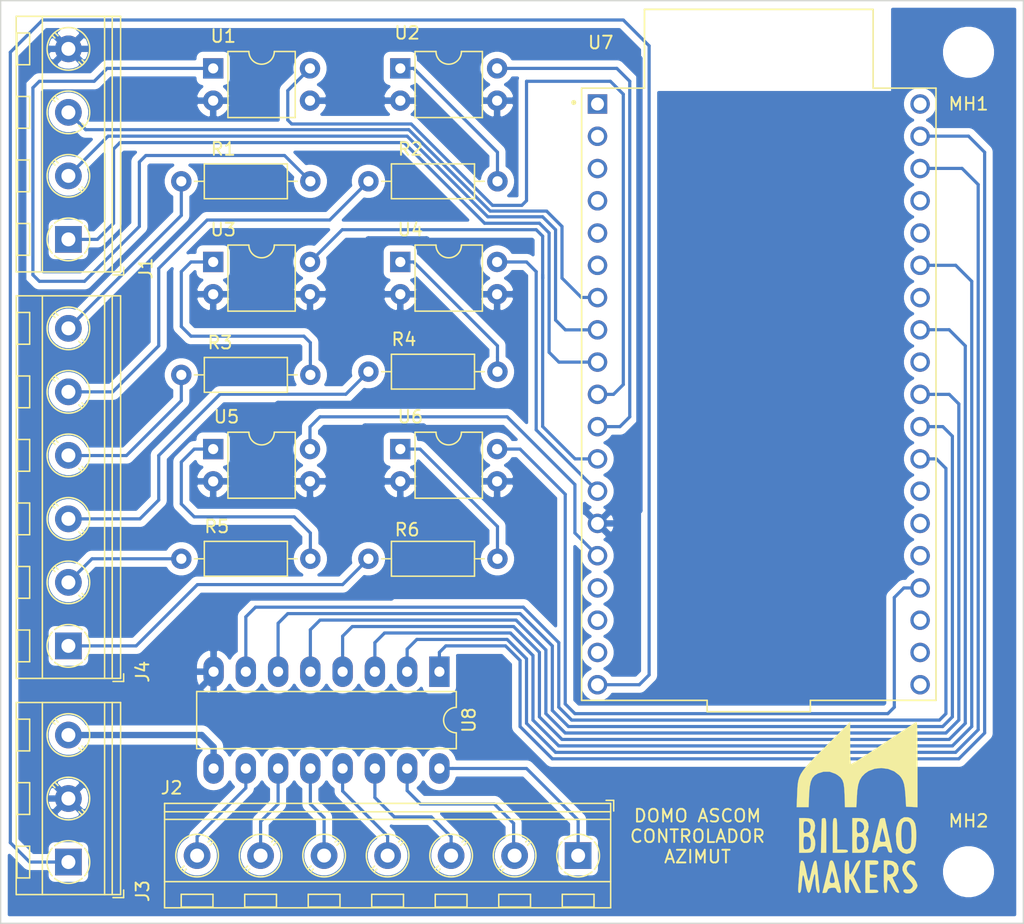
<source format=kicad_pcb>
(kicad_pcb (version 20211014) (generator pcbnew)
  (layers (0 "F.Cu" signal) (31 "B.Cu" signal) (34 "B.Paste" user) (35 "F.Paste" user) (36 "B.SilkS" user "B.Silkscreen") (37 "F.SilkS" user "F.Silkscreen") (38 "B.Mask" user) (39 "F.Mask" user) (44 "Edge.Cuts" user))
  (net 0 "")
  (net 1 "Net-(J1-Pad1)")
  (net 2 "Net-(J1-Pad2)")
  (net 3 "Net-(J1-Pad3)")
  (net 4 "GND")
  (net 5 "Net-(J2-Pad1)")
  (net 6 "Net-(J2-Pad2)")
  (net 7 "Net-(J2-Pad3)")
  (net 8 "Net-(J2-Pad4)")
  (net 9 "Net-(J2-Pad5)")
  (net 10 "Net-(J2-Pad6)")
  (net 11 "Net-(J2-Pad7)")
  (net 12 "+5V")
  (net 13 "+12V")
  (net 14 "Net-(J4-Pad4)")
  (net 15 "Net-(J4-Pad3)")
  (net 16 "Net-(J4-Pad2)")
  (net 17 "Net-(R1-Pad1)")
  (net 18 "Net-(R2-Pad1)")
  (net 19 "Net-(R3-Pad1)")
  (net 20 "Net-(U1-Pad4)")
  (net 21 "Net-(U2-Pad4)")
  (net 22 "Net-(U3-Pad4)")
  (net 23 "Net-(U4-Pad4)")
  (net 24 "Net-(U5-Pad4)")
  (net 25 "Net-(J4-Pad6)")
  (net 26 "Net-(J4-Pad5)")
  (net 27 "Net-(J4-Pad1)")
  (net 28 "Net-(R4-Pad1)")
  (net 29 "Net-(R5-Pad1)")
  (net 30 "Net-(R6-Pad1)")
  (net 31 "Net-(U6-Pad4)")
  (net 32 "Net-(U7-Pad37)")
  (net 33 "Net-(U7-Pad36)")
  (net 34 "Net-(U7-Pad33)")
  (net 35 "Net-(U7-Pad31)")
  (net 36 "Net-(U7-Pad29)")
  (net 37 "Net-(U7-Pad28)")
  (net 38 "Net-(U7-Pad27)")
  (footprint "TerminalBlock_RND:TerminalBlock_RND_205-00046_1x03_P5.00mm_Horizontal" (layer "F.Cu") (at 51.054 110.998 90)
    (fp_text reference "J3" (at -2.286 5.842 90) (layer "F.SilkS"))
    (fp_text value "POWER SUPP")
    (pad "1" thru_hole rect locked (at 0 0 90) (size 2.1 2.1) (drill 1.1) (layers *.Cu *.Mask) (net 12 "+5V"))
    (pad "2" thru_hole circle locked (at 5 0 90) (size 2.1 2.1) (drill 1.1) (layers *.Cu *.Mask) (net 4 "GND"))
    (pad "3" thru_hole circle locked (at 10 0 90) (size 2.1 2.1) (drill 1.1) (layers *.Cu *.Mask) (net 13 "+12V"))
  )
  (footprint "TerminalBlock_RND:TerminalBlock_RND_205-00049_1x06_P5.00mm_Horizontal" (layer "F.Cu") (at 51.054 93.98 90)
    (fp_text reference "J4" (at -2.032 5.842 90) (layer "F.SilkS"))
    (fp_text value "INPUTS")
    (pad "1" thru_hole rect locked (at 0 0 90) (size 2.1 2.1) (drill 1.1) (layers *.Cu *.Mask) (net 27 "Net-(J4-Pad1)"))
    (pad "2" thru_hole circle locked (at 5 0 90) (size 2.1 2.1) (drill 1.1) (layers *.Cu *.Mask) (net 16 "Net-(J4-Pad2)"))
    (pad "3" thru_hole circle locked (at 10 0 90) (size 2.1 2.1) (drill 1.1) (layers *.Cu *.Mask) (net 15 "Net-(J4-Pad3)"))
    (pad "4" thru_hole circle locked (at 15 0 90) (size 2.1 2.1) (drill 1.1) (layers *.Cu *.Mask) (net 14 "Net-(J4-Pad4)"))
    (pad "5" thru_hole circle locked (at 20 0 90) (size 2.1 2.1) (drill 1.1) (layers *.Cu *.Mask) (net 26 "Net-(J4-Pad5)"))
    (pad "6" thru_hole circle locked (at 25 0 90) (size 2.1 2.1) (drill 1.1) (layers *.Cu *.Mask) (net 25 "Net-(J4-Pad6)"))
  )
  (footprint "Resistor_THT:R_Axial_DIN0207_L6.3mm_D2.5mm_P10.16mm_Horizontal" (layer "F.Cu") (at 70.104 72.644 180)
    (fp_text reference "R3" (at 7.112 2.54) (layer "F.SilkS"))
    (fp_text value "1K")
    (pad "1" thru_hole circle locked (at 0 0 180) (size 1.6 1.6) (drill 0.8) (layers *.Cu *.Mask) (net 19 "Net-(R3-Pad1)"))
    (pad "2" thru_hole oval locked (at 10.16 0 180) (size 1.6 1.6) (drill 0.8) (layers *.Cu *.Mask) (net 14 "Net-(J4-Pad4)"))
  )
  (footprint "Package_DIP:DIP-4_W7.62mm" (layer "F.Cu") (at 77.186 48.514)
    (fp_text reference "U2" (at 0.538 -2.794) (layer "F.SilkS"))
    (fp_text value "PC817")
    (pad "1" thru_hole rect locked (at 0 0) (size 1.6 1.6) (drill 0.8) (layers *.Cu *.Mask) (net 18 "Net-(R2-Pad1)"))
    (pad "2" thru_hole oval locked (at 0 2.54) (size 1.6 1.6) (drill 0.8) (layers *.Cu *.Mask) (net 4 "GND"))
    (pad "3" thru_hole oval locked (at 7.62 2.54) (size 1.6 1.6) (drill 0.8) (layers *.Cu *.Mask) (net 4 "GND"))
    (pad "4" thru_hole oval locked (at 7.62 0) (size 1.6 1.6) (drill 0.8) (layers *.Cu *.Mask) (net 21 "Net-(U2-Pad4)"))
  )
  (footprint "Package_DIP:DIP-4_W7.62mm" (layer "F.Cu") (at 62.454 63.754)
    (fp_text reference "U3" (at 0.792 -2.54) (layer "F.SilkS"))
    (fp_text value "PC817")
    (pad "1" thru_hole rect locked (at 0 0) (size 1.6 1.6) (drill 0.8) (layers *.Cu *.Mask) (net 19 "Net-(R3-Pad1)"))
    (pad "2" thru_hole oval locked (at 0 2.54) (size 1.6 1.6) (drill 0.8) (layers *.Cu *.Mask) (net 4 "GND"))
    (pad "3" thru_hole oval locked (at 7.62 2.54) (size 1.6 1.6) (drill 0.8) (layers *.Cu *.Mask) (net 4 "GND"))
    (pad "4" thru_hole oval locked (at 7.62 0) (size 1.6 1.6) (drill 0.8) (layers *.Cu *.Mask) (net 22 "Net-(U3-Pad4)"))
  )
  (footprint "ESP32-DEVKITC:MODULE_ESP32-DEVKITC" (layer "F.Cu") (at 105.41 74.168)
    (fp_text reference "U7" (at -12.446 -27.686) (layer "F.SilkS"))
    (fp_text value "ESP32-DEVKITC")
    (pad "1" thru_hole rect locked (at -12.7 -22.85) (size 1.53 1.53) (drill 1.02) (layers *.Cu *.Mask))
    (pad "2" thru_hole circle locked (at -12.7 -20.31) (size 1.53 1.53) (drill 1.02) (layers *.Cu *.Mask))
    (pad "3" thru_hole circle locked (at -12.7 -17.77) (size 1.53 1.53) (drill 1.02) (layers *.Cu *.Mask))
    (pad "4" thru_hole circle locked (at -12.7 -15.23) (size 1.53 1.53) (drill 1.02) (layers *.Cu *.Mask))
    (pad "5" thru_hole circle locked (at -12.7 -12.69) (size 1.53 1.53) (drill 1.02) (layers *.Cu *.Mask))
    (pad "6" thru_hole circle locked (at -12.7 -10.15) (size 1.53 1.53) (drill 1.02) (layers *.Cu *.Mask))
    (pad "7" thru_hole circle locked (at -12.7 -7.61) (size 1.53 1.53) (drill 1.02) (layers *.Cu *.Mask) (net 3 "Net-(J1-Pad3)"))
    (pad "8" thru_hole circle locked (at -12.7 -5.07) (size 1.53 1.53) (drill 1.02) (layers *.Cu *.Mask) (net 2 "Net-(J1-Pad2)"))
    (pad "9" thru_hole circle locked (at -12.7 -2.53) (size 1.53 1.53) (drill 1.02) (layers *.Cu *.Mask) (net 1 "Net-(J1-Pad1)"))
    (pad "10" thru_hole circle locked (at -12.7 0.01) (size 1.53 1.53) (drill 1.02) (layers *.Cu *.Mask) (net 20 "Net-(U1-Pad4)"))
    (pad "11" thru_hole circle locked (at -12.7 2.55) (size 1.53 1.53) (drill 1.02) (layers *.Cu *.Mask) (net 21 "Net-(U2-Pad4)"))
    (pad "12" thru_hole circle locked (at -12.7 5.09) (size 1.53 1.53) (drill 1.02) (layers *.Cu *.Mask) (net 22 "Net-(U3-Pad4)"))
    (pad "13" thru_hole circle locked (at -12.7 7.63) (size 1.53 1.53) (drill 1.02) (layers *.Cu *.Mask) (net 23 "Net-(U4-Pad4)"))
    (pad "14" thru_hole circle locked (at -12.7 10.17) (size 1.53 1.53) (drill 1.02) (layers *.Cu *.Mask) (net 4 "GND"))
    (pad "15" thru_hole circle locked (at -12.7 12.71) (size 1.53 1.53) (drill 1.02) (layers *.Cu *.Mask) (net 24 "Net-(U5-Pad4)"))
    (pad "16" thru_hole circle locked (at -12.7 15.25) (size 1.53 1.53) (drill 1.02) (layers *.Cu *.Mask))
    (pad "17" thru_hole circle locked (at -12.7 17.79) (size 1.53 1.53) (drill 1.02) (layers *.Cu *.Mask))
    (pad "18" thru_hole circle locked (at -12.7 20.33) (size 1.53 1.53) (drill 1.02) (layers *.Cu *.Mask))
    (pad "19" thru_hole circle locked (at -12.7 22.87) (size 1.53 1.53) (drill 1.02) (layers *.Cu *.Mask) (net 12 "+5V"))
    (pad "20" thru_hole circle locked (at 12.7 22.87) (size 1.53 1.53) (drill 1.02) (layers *.Cu *.Mask))
    (pad "21" thru_hole circle locked (at 12.7 20.33) (size 1.53 1.53) (drill 1.02) (layers *.Cu *.Mask))
    (pad "22" thru_hole circle locked (at 12.7 17.79) (size 1.53 1.53) (drill 1.02) (layers *.Cu *.Mask))
    (pad "23" thru_hole circle locked (at 12.7 15.25) (size 1.53 1.53) (drill 1.02) (layers *.Cu *.Mask) (net 31 "Net-(U6-Pad4)"))
    (pad "24" thru_hole circle locked (at 12.7 12.71) (size 1.53 1.53) (drill 1.02) (layers *.Cu *.Mask))
    (pad "25" thru_hole circle locked (at 12.7 10.17) (size 1.53 1.53) (drill 1.02) (layers *.Cu *.Mask))
    (pad "26" thru_hole circle locked (at 12.7 7.63) (size 1.53 1.53) (drill 1.02) (layers *.Cu *.Mask))
    (pad "27" thru_hole circle locked (at 12.7 5.09) (size 1.53 1.53) (drill 1.02) (layers *.Cu *.Mask) (net 38 "Net-(U7-Pad27)"))
    (pad "28" thru_hole circle locked (at 12.7 2.55) (size 1.53 1.53) (drill 1.02) (layers *.Cu *.Mask) (net 37 "Net-(U7-Pad28)"))
    (pad "29" thru_hole circle locked (at 12.7 0.01) (size 1.53 1.53) (drill 1.02) (layers *.Cu *.Mask) (net 36 "Net-(U7-Pad29)"))
    (pad "30" thru_hole circle locked (at 12.7 -2.53) (size 1.53 1.53) (drill 1.02) (layers *.Cu *.Mask))
    (pad "31" thru_hole circle locked (at 12.7 -5.07) (size 1.53 1.53) (drill 1.02) (layers *.Cu *.Mask) (net 35 "Net-(U7-Pad31)"))
    (pad "32" thru_hole circle locked (at 12.7 -7.61) (size 1.53 1.53) (drill 1.02) (layers *.Cu *.Mask))
    (pad "33" thru_hole circle locked (at 12.7 -10.15) (size 1.53 1.53) (drill 1.02) (layers *.Cu *.Mask) (net 34 "Net-(U7-Pad33)"))
    (pad "34" thru_hole circle locked (at 12.7 -12.69) (size 1.53 1.53) (drill 1.02) (layers *.Cu *.Mask))
    (pad "35" thru_hole circle locked (at 12.7 -15.23) (size 1.53 1.53) (drill 1.02) (layers *.Cu *.Mask))
    (pad "36" thru_hole circle locked (at 12.7 -17.77) (size 1.53 1.53) (drill 1.02) (layers *.Cu *.Mask) (net 33 "Net-(U7-Pad36)"))
    (pad "37" thru_hole circle locked (at 12.7 -20.31) (size 1.53 1.53) (drill 1.02) (layers *.Cu *.Mask) (net 32 "Net-(U7-Pad37)"))
    (pad "38" thru_hole circle locked (at 12.7 -22.85) (size 1.53 1.53) (drill 1.02) (layers *.Cu *.Mask))
  )
  (footprint "Resistor_THT:R_Axial_DIN0207_L6.3mm_D2.5mm_P10.16mm_Horizontal" (layer "F.Cu") (at 84.836 72.39 180)
    (fp_text reference "R4" (at 7.366 2.54) (layer "F.SilkS"))
    (fp_text value "1K")
    (pad "1" thru_hole circle locked (at 0 0 180) (size 1.6 1.6) (drill 0.8) (layers *.Cu *.Mask) (net 28 "Net-(R4-Pad1)"))
    (pad "2" thru_hole oval locked (at 10.16 0 180) (size 1.6 1.6) (drill 0.8) (layers *.Cu *.Mask) (net 15 "Net-(J4-Pad3)"))
  )
  (footprint "Resistor_THT:R_Axial_DIN0207_L6.3mm_D2.5mm_P10.16mm_Horizontal" (layer "F.Cu") (at 84.836 87.122 180)
    (fp_text reference "R6" (at 7.112 2.286) (layer "F.SilkS"))
    (fp_text value "1K")
    (pad "1" thru_hole circle locked (at 0 0 180) (size 1.6 1.6) (drill 0.8) (layers *.Cu *.Mask) (net 30 "Net-(R6-Pad1)"))
    (pad "2" thru_hole oval locked (at 10.16 0 180) (size 1.6 1.6) (drill 0.8) (layers *.Cu *.Mask) (net 27 "Net-(J4-Pad1)"))
  )
  (footprint "Package_DIP:DIP-4_W7.62mm" (layer "F.Cu") (at 77.186 63.754)
    (fp_text reference "U4" (at 0.792 -2.54) (layer "F.SilkS"))
    (fp_text value "PC817")
    (pad "1" thru_hole rect locked (at 0 0) (size 1.6 1.6) (drill 0.8) (layers *.Cu *.Mask) (net 28 "Net-(R4-Pad1)"))
    (pad "2" thru_hole oval locked (at 0 2.54) (size 1.6 1.6) (drill 0.8) (layers *.Cu *.Mask) (net 4 "GND"))
    (pad "3" thru_hole oval locked (at 7.62 2.54) (size 1.6 1.6) (drill 0.8) (layers *.Cu *.Mask) (net 4 "GND"))
    (pad "4" thru_hole oval locked (at 7.62 0) (size 1.6 1.6) (drill 0.8) (layers *.Cu *.Mask) (net 23 "Net-(U4-Pad4)"))
  )
  (footprint "Package_DIP:DIP-4_W7.62mm" (layer "F.Cu") (at 62.454 78.486)
    (fp_text reference "U5" (at 1.046 -2.54) (layer "F.SilkS"))
    (fp_text value "PC817")
    (pad "1" thru_hole rect locked (at 0 0) (size 1.6 1.6) (drill 0.8) (layers *.Cu *.Mask) (net 29 "Net-(R5-Pad1)"))
    (pad "2" thru_hole oval locked (at 0 2.54) (size 1.6 1.6) (drill 0.8) (layers *.Cu *.Mask) (net 4 "GND"))
    (pad "3" thru_hole oval locked (at 7.62 2.54) (size 1.6 1.6) (drill 0.8) (layers *.Cu *.Mask) (net 4 "GND"))
    (pad "4" thru_hole oval locked (at 7.62 0) (size 1.6 1.6) (drill 0.8) (layers *.Cu *.Mask) (net 24 "Net-(U5-Pad4)"))
  )
  (footprint "Package_DIP:DIP-4_W7.62mm" (layer "F.Cu") (at 77.186 78.486)
    (fp_text reference "U6" (at 0.792 -2.54) (layer "F.SilkS"))
    (fp_text value "PC817")
    (pad "1" thru_hole rect locked (at 0 0) (size 1.6 1.6) (drill 0.8) (layers *.Cu *.Mask) (net 30 "Net-(R6-Pad1)"))
    (pad "2" thru_hole oval locked (at 0 2.54) (size 1.6 1.6) (drill 0.8) (layers *.Cu *.Mask) (net 4 "GND"))
    (pad "3" thru_hole oval locked (at 7.62 2.54) (size 1.6 1.6) (drill 0.8) (layers *.Cu *.Mask) (net 4 "GND"))
    (pad "4" thru_hole oval locked (at 7.62 0) (size 1.6 1.6) (drill 0.8) (layers *.Cu *.Mask) (net 31 "Net-(U6-Pad4)"))
  )
  (footprint "Resistor_THT:R_Axial_DIN0207_L6.3mm_D2.5mm_P10.16mm_Horizontal" (layer "F.Cu") (at 84.836 57.404 180)
    (fp_text reference "R2" (at 6.858 2.54) (layer "F.SilkS"))
    (fp_text value "1K")
    (pad "1" thru_hole circle locked (at 0 0 180) (size 1.6 1.6) (drill 0.8) (layers *.Cu *.Mask) (net 18 "Net-(R2-Pad1)"))
    (pad "2" thru_hole oval locked (at 10.16 0 180) (size 1.6 1.6) (drill 0.8) (layers *.Cu *.Mask) (net 26 "Net-(J4-Pad5)"))
  )
  (footprint "Package_DIP:DIP-16_W7.62mm_LongPads" (layer "F.Cu") (at 80.264 96.012 -90)
    (fp_text reference "U8" (at 3.81 -2.33 90) (layer "F.SilkS"))
    (fp_text value "ULN2003")
    (pad "1" thru_hole rect locked (at 0 0 270) (size 2.4 1.6) (drill 0.8) (layers *.Cu *.Mask) (net 32 "Net-(U7-Pad37)"))
    (pad "2" thru_hole oval locked (at 0 2.54 270) (size 2.4 1.6) (drill 0.8) (layers *.Cu *.Mask) (net 33 "Net-(U7-Pad36)"))
    (pad "3" thru_hole oval locked (at 0 5.08 270) (size 2.4 1.6) (drill 0.8) (layers *.Cu *.Mask) (net 34 "Net-(U7-Pad33)"))
    (pad "4" thru_hole oval locked (at 0 7.62 270) (size 2.4 1.6) (drill 0.8) (layers *.Cu *.Mask) (net 35 "Net-(U7-Pad31)"))
    (pad "5" thru_hole oval locked (at 0 10.16 270) (size 2.4 1.6) (drill 0.8) (layers *.Cu *.Mask) (net 36 "Net-(U7-Pad29)"))
    (pad "6" thru_hole oval locked (at 0 12.7 270) (size 2.4 1.6) (drill 0.8) (layers *.Cu *.Mask) (net 37 "Net-(U7-Pad28)"))
    (pad "7" thru_hole oval locked (at 0 15.24 270) (size 2.4 1.6) (drill 0.8) (layers *.Cu *.Mask) (net 38 "Net-(U7-Pad27)"))
    (pad "8" thru_hole oval locked (at 0 17.78 270) (size 2.4 1.6) (drill 0.8) (layers *.Cu *.Mask) (net 4 "GND"))
    (pad "9" thru_hole oval locked (at 7.62 17.78 270) (size 2.4 1.6) (drill 0.8) (layers *.Cu *.Mask) (net 13 "+12V"))
    (pad "10" thru_hole oval locked (at 7.62 15.24 270) (size 2.4 1.6) (drill 0.8) (layers *.Cu *.Mask) (net 11 "Net-(J2-Pad7)"))
    (pad "11" thru_hole oval locked (at 7.62 12.7 270) (size 2.4 1.6) (drill 0.8) (layers *.Cu *.Mask) (net 10 "Net-(J2-Pad6)"))
    (pad "12" thru_hole oval locked (at 7.62 10.16 270) (size 2.4 1.6) (drill 0.8) (layers *.Cu *.Mask) (net 9 "Net-(J2-Pad5)"))
    (pad "13" thru_hole oval locked (at 7.62 7.62 270) (size 2.4 1.6) (drill 0.8) (layers *.Cu *.Mask) (net 8 "Net-(J2-Pad4)"))
    (pad "14" thru_hole oval locked (at 7.62 5.08 270) (size 2.4 1.6) (drill 0.8) (layers *.Cu *.Mask) (net 7 "Net-(J2-Pad3)"))
    (pad "15" thru_hole oval locked (at 7.62 2.54 270) (size 2.4 1.6) (drill 0.8) (layers *.Cu *.Mask) (net 6 "Net-(J2-Pad2)"))
    (pad "16" thru_hole oval locked (at 7.62 0 270) (size 2.4 1.6) (drill 0.8) (layers *.Cu *.Mask) (net 5 "Net-(J2-Pad1)"))
  )
  (footprint "FOOTPRINTS:Logo_BM" (layer "F.Cu") (at 113.03 106.934)
    (fp_text reference "G***" hide)
    (fp_text value "LOGO" hide)
  )
  (footprint "MountingHole:MountingHole_3mm" (layer "F.Cu") (at 121.92 111.76)
    (fp_text reference "MH2" (at 0 -4) (layer "F.SilkS"))
    (fp_text value "3mm")
    (pad "" np_thru_hole circle locked (at 0 0) (size 3 3) (drill 3) (layers *.Cu *.Mask))
  )
  (footprint "MountingHole:MountingHole_3mm" (layer "F.Cu") (at 121.92 47.244)
    (fp_text reference "MH1" (at 0 4.064) (layer "F.SilkS"))
    (fp_text value "3mm")
    (pad "" np_thru_hole circle locked (at 0 0) (size 3 3) (drill 3) (layers *.Cu *.Mask))
  )
  (footprint "TerminalBlock_RND:TerminalBlock_RND_205-00050_1x07_P5.00mm_Horizontal" (layer "F.Cu") (at 91.186 110.49 180)
    (fp_text reference "J2" (at 32.004 5.334) (layer "F.SilkS"))
    (fp_text value "SALIDAS")
    (pad "1" thru_hole rect locked (at 0 0 180) (size 2.1 2.1) (drill 1.1) (layers *.Cu *.Mask) (net 5 "Net-(J2-Pad1)"))
    (pad "2" thru_hole circle locked (at 5 0 180) (size 2.1 2.1) (drill 1.1) (layers *.Cu *.Mask) (net 6 "Net-(J2-Pad2)"))
    (pad "3" thru_hole circle locked (at 10 0 180) (size 2.1 2.1) (drill 1.1) (layers *.Cu *.Mask) (net 7 "Net-(J2-Pad3)"))
    (pad "4" thru_hole circle locked (at 15 0 180) (size 2.1 2.1) (drill 1.1) (layers *.Cu *.Mask) (net 8 "Net-(J2-Pad4)"))
    (pad "5" thru_hole circle locked (at 20 0 180) (size 2.1 2.1) (drill 1.1) (layers *.Cu *.Mask) (net 9 "Net-(J2-Pad5)"))
    (pad "6" thru_hole circle locked (at 25 0 180) (size 2.1 2.1) (drill 1.1) (layers *.Cu *.Mask) (net 10 "Net-(J2-Pad6)"))
    (pad "7" thru_hole circle locked (at 30 0 180) (size 2.1 2.1) (drill 1.1) (layers *.Cu *.Mask) (net 11 "Net-(J2-Pad7)"))
  )
  (footprint "Resistor_THT:R_Axial_DIN0207_L6.3mm_D2.5mm_P10.16mm_Horizontal" (layer "F.Cu") (at 70.104 87.122 180)
    (fp_text reference "R5" (at 7.366 2.54) (layer "F.SilkS"))
    (fp_text value "1K")
    (pad "1" thru_hole circle locked (at 0 0 180) (size 1.6 1.6) (drill 0.8) (layers *.Cu *.Mask) (net 29 "Net-(R5-Pad1)"))
    (pad "2" thru_hole oval locked (at 10.16 0 180) (size 1.6 1.6) (drill 0.8) (layers *.Cu *.Mask) (net 16 "Net-(J4-Pad2)"))
  )
  (footprint "Resistor_THT:R_Axial_DIN0207_L6.3mm_D2.5mm_P10.16mm_Horizontal" (layer "F.Cu") (at 70.104 57.404 180)
    (fp_text reference "R1" (at 6.858 2.54) (layer "F.SilkS"))
    (fp_text value "1K")
    (pad "1" thru_hole circle locked (at 0 0 180) (size 1.6 1.6) (drill 0.8) (layers *.Cu *.Mask) (net 17 "Net-(R1-Pad1)"))
    (pad "2" thru_hole oval locked (at 10.16 0 180) (size 1.6 1.6) (drill 0.8) (layers *.Cu *.Mask) (net 25 "Net-(J4-Pad6)"))
  )
  (footprint "Package_DIP:DIP-4_W7.62mm" (layer "F.Cu") (at 62.454 48.514)
    (fp_text reference "U1" (at 0.792 -2.54) (layer "F.SilkS"))
    (fp_text value "PC817")
    (pad "1" thru_hole rect locked (at 0 0) (size 1.6 1.6) (drill 0.8) (layers *.Cu *.Mask) (net 17 "Net-(R1-Pad1)"))
    (pad "2" thru_hole oval locked (at 0 2.54) (size 1.6 1.6) (drill 0.8) (layers *.Cu *.Mask) (net 4 "GND"))
    (pad "3" thru_hole oval locked (at 7.62 2.54) (size 1.6 1.6) (drill 0.8) (layers *.Cu *.Mask) (net 4 "GND"))
    (pad "4" thru_hole oval locked (at 7.62 0) (size 1.6 1.6) (drill 0.8) (layers *.Cu *.Mask) (net 20 "Net-(U1-Pad4)"))
  )
  (footprint "TerminalBlock_RND:TerminalBlock_RND_205-00047_1x04_P5.00mm_Horizontal" (layer "F.Cu") (at 51.054 61.976 90)
    (fp_text reference "J1" (at -2.286 6.096 90) (layer "F.SilkS"))
    (fp_text value "STEPPER DRV")
    (pad "1" thru_hole rect locked (at 0 0 90) (size 2.1 2.1) (drill 1.1) (layers *.Cu *.Mask) (net 1 "Net-(J1-Pad1)"))
    (pad "2" thru_hole circle locked (at 5 0 90) (size 2.1 2.1) (drill 1.1) (layers *.Cu *.Mask) (net 2 "Net-(J1-Pad2)"))
    (pad "3" thru_hole circle locked (at 10 0 90) (size 2.1 2.1) (drill 1.1) (layers *.Cu *.Mask) (net 3 "Net-(J1-Pad3)"))
    (pad "4" thru_hole circle locked (at 15 0 90) (size 2.1 2.1) (drill 1.1) (layers *.Cu *.Mask) (net 4 "GND"))
  )
  (gr_line (start 126.238 115.824) (end 45.72 115.824) (layer "Edge.Cuts") (width 0.1016))
  (gr_line (start 126.238 43.18) (end 126.238 115.824) (layer "Edge.Cuts") (width 0.1016))
  (gr_line (start 45.72 115.824) (end 45.72 43.18) (layer "Edge.Cuts") (width 0.1016))
  (gr_line (start 45.72 43.18) (end 126.238 43.18) (layer "Edge.Cuts") (width 0.1016))
  (gr_text "DOMO ASCOM\nCONTROLADOR\nAZIMUT" (at 100.584 108.966) (layer "F.SilkS") (effects (font (size 1 1))))
  (segment (start 88.138 60.706) (end 88.9 61.468) (width 0.25) (layer "B.Cu") (net 1))
  (segment (start 88.9 70.866) (end 89.672 71.638) (width 0.25) (layer "B.Cu") (net 1))
  (segment (start 83.82 60.706) (end 88.138 60.706) (width 0.25) (layer "B.Cu") (net 1))
  (segment (start 54.61 54.864) (end 55.118 54.356) (width 0.25) (layer "B.Cu") (net 1))
  (segment (start 51.054 61.976) (end 53.34 61.976) (width 0.25) (layer "B.Cu") (net 1))
  (segment (start 54.61 60.706) (end 54.61 54.864) (width 0.25) (layer "B.Cu") (net 1))
  (segment (start 89.672 71.638) (end 92.71 71.638) (width 0.25) (layer "B.Cu") (net 1))
  (segment (start 53.34 61.976) (end 54.61 60.706) (width 0.25) (layer "B.Cu") (net 1))
  (segment (start 88.9 61.468) (end 88.9 70.866) (width 0.25) (layer "B.Cu") (net 1))
  (segment (start 77.47 54.356) (end 83.82 60.706) (width 0.25) (layer "B.Cu") (net 1))
  (segment (start 55.118 54.356) (end 77.47 54.356) (width 0.25) (layer "B.Cu") (net 1))
  (segment (start 84.074 60.198) (end 77.724 53.848) (width 0.25) (layer "B.Cu") (net 2))
  (segment (start 52.103999 55.926001) (end 51.054 56.976) (width 0.25) (layer "B.Cu") (net 2))
  (segment (start 77.724 53.848) (end 54.182 53.848) (width 0.25) (layer "B.Cu") (net 2))
  (segment (start 54.182 53.848) (end 52.103999 55.926001) (width 0.25) (layer "B.Cu") (net 2))
  (segment (start 89.408 61.214) (end 88.392 60.198) (width 0.25) (layer "B.Cu") (net 2))
  (segment (start 89.408 68.326) (end 89.408 61.214) (width 0.25) (layer "B.Cu") (net 2))
  (segment (start 90.18 69.098) (end 89.408 68.326) (width 0.25) (layer "B.Cu") (net 2))
  (segment (start 92.71 69.098) (end 90.18 69.098) (width 0.25) (layer "B.Cu") (net 2))
  (segment (start 88.392 60.198) (end 84.074 60.198) (width 0.25) (layer "B.Cu") (net 2))
  (segment (start 52.418 53.34) (end 77.85241 53.34) (width 0.25) (layer "B.Cu") (net 3))
  (segment (start 89.916 65.024) (end 91.44 66.548) (width 0.25) (layer "B.Cu") (net 3))
  (segment (start 77.85241 53.34) (end 84.260399 59.747989) (width 0.25) (layer "B.Cu") (net 3))
  (segment (start 88.703989 59.747989) (end 89.916 60.96) (width 0.25) (layer "B.Cu") (net 3))
  (segment (start 91.44 66.548) (end 92.7 66.548) (width 0.25) (layer "B.Cu") (net 3))
  (segment (start 51.054 51.976) (end 52.418 53.34) (width 0.25) (layer "B.Cu") (net 3))
  (segment (start 92.7 66.548) (end 92.71 66.558) (width 0.25) (layer "B.Cu") (net 3))
  (segment (start 89.916 60.96) (end 89.916 65.024) (width 0.25) (layer "B.Cu") (net 3))
  (segment (start 84.260399 59.747989) (end 88.703989 59.747989) (width 0.25) (layer "B.Cu") (net 3))
  (segment (start 66.294 76.2) (end 67.564 74.93) (width 0.5) (layer "B.Cu") (net 4))
  (segment (start 79.248 61.976) (end 74.676 61.976) (width 0.5) (layer "B.Cu") (net 4))
  (segment (start 73.406 81.026) (end 77.186 81.026) (width 0.5) (layer "B.Cu") (net 4))
  (segment (start 96.012 83.312) (end 96.012 47.752) (width 0.5) (layer "B.Cu") (net 4))
  (segment (start 67.564 74.93) (end 75.946 74.93) (width 0.5) (layer "B.Cu") (net 4))
  (segment (start 55.358 46.976) (end 55.626 46.99) (width 0.5) (layer "B.Cu") (net 4))
  (segment (start 66.294 81.026) (end 70.074 81.026) (width 0.5) (layer "B.Cu") (net 4))
  (segment (start 73.66 62.992) (end 73.66 66.294) (width 0.5) (layer "B.Cu") (net 4))
  (segment (start 64.516 51.054) (end 66.04 49.53) (width 0.5) (layer "B.Cu") (net 4))
  (segment (start 62.484 91.44) (end 62.484 96.012) (width 0.5) (layer "B.Cu") (net 4))
  (segment (start 76.454 90.17) (end 77.186 89.438) (width 0.5) (layer "B.Cu") (net 4))
  (segment (start 78.34063 45.72) (end 77.47 45.72) (width 0.5) (layer "B.Cu") (net 4))
  (segment (start 70.074 81.026) (end 73.406 81.026) (width 0.5) (layer "B.Cu") (net 4))
  (segment (start 62.454 81.026) (end 66.294 81.026) (width 0.5) (layer "B.Cu") (net 4))
  (segment (start 83.67463 51.054) (end 78.34063 45.72) (width 0.5) (layer "B.Cu") (net 4))
  (segment (start 84.806 51.054) (end 83.67463 51.054) (width 0.5) (layer "B.Cu") (net 4))
  (segment (start 84.806 81.026) (end 83.312 81.026) (width 0.5) (layer "B.Cu") (net 4))
  (segment (start 78.994 76.708) (end 74.422 76.708) (width 0.5) (layer "B.Cu") (net 4))
  (segment (start 77.186 73.69) (end 77.186 66.294) (width 0.5) (layer "B.Cu") (net 4))
  (segment (start 47.498 49.047076) (end 47.498 98.298) (width 0.5) (layer "B.Cu") (net 4))
  (segment (start 51.054 46.976) (end 55.358 46.976) (width 0.5) (layer "B.Cu") (net 4))
  (segment (start 77.47 45.72) (end 74.422 45.72) (width 0.5) (layer "B.Cu") (net 4))
  (segment (start 70.074 51.054) (end 77.186 51.054) (width 0.5) (layer "B.Cu") (net 4))
  (segment (start 83.312 81.026) (end 78.994 76.708) (width 0.5) (layer "B.Cu") (net 4))
  (segment (start 93.98 45.72) (end 77.47 45.72) (width 0.5) (layer "B.Cu") (net 4))
  (segment (start 56.896 45.72) (end 55.626 46.99) (width 0.5) (layer "B.Cu") (net 4))
  (segment (start 83.566 66.294) (end 79.248 61.976) (width 0.5) (layer "B.Cu") (net 4))
  (segment (start 74.422 76.708) (end 73.406 77.724) (width 0.5) (layer "B.Cu") (net 4))
  (segment (start 47.498 105.156) (end 48.34 105.998) (width 0.5) (layer "B.Cu") (net 4))
  (segment (start 66.04 45.72) (end 56.896 45.72) (width 0.5) (layer "B.Cu") (net 4))
  (segment (start 47.498 98.298) (end 47.498 97.536) (width 0.5) (layer "B.Cu") (net 4))
  (segment (start 74.676 61.976) (end 73.66 62.992) (width 0.5) (layer "B.Cu") (net 4))
  (segment (start 62.454 51.054) (end 64.516 51.054) (width 0.5) (layer "B.Cu") (net 4))
  (segment (start 51.054 46.976) (end 49.569076 46.976) (width 0.5) (layer "B.Cu") (net 4))
  (segment (start 70.074 66.294) (end 75.184 66.294) (width 0.5) (layer "B.Cu") (net 4))
  (segment (start 49.569076 46.976) (end 47.498 49.047076) (width 0.5) (layer "B.Cu") (net 4))
  (segment (start 92.71 84.338) (end 94.986 84.338) (width 0.5) (layer "B.Cu") (net 4))
  (segment (start 73.66 66.294) (end 75.184 66.294) (width 0.5) (layer "B.Cu") (net 4))
  (segment (start 75.184 66.294) (end 77.186 66.294) (width 0.5) (layer "B.Cu") (net 4))
  (segment (start 96.012 47.752) (end 93.98 45.72) (width 0.5) (layer "B.Cu") (net 4))
  (segment (start 73.406 77.724) (end 73.406 81.026) (width 0.5) (layer "B.Cu") (net 4))
  (segment (start 94.986 84.338) (end 96.012 83.312) (width 0.5) (layer "B.Cu") (net 4))
  (segment (start 84.806 66.294) (end 83.566 66.294) (width 0.5) (layer "B.Cu") (net 4))
  (segment (start 74.422 45.72) (end 66.04 45.72) (width 0.5) (layer "B.Cu") (net 4))
  (segment (start 61.214 97.536) (end 62.484 96.266) (width 0.5) (layer "B.Cu") (net 4))
  (segment (start 74.422 45.72) (end 74.422 51.054) (width 0.5) (layer "B.Cu") (net 4))
  (segment (start 75.946 74.93) (end 77.186 73.69) (width 0.5) (layer "B.Cu") (net 4))
  (segment (start 47.498 98.298) (end 47.498 105.156) (width 0.5) (layer "B.Cu") (net 4))
  (segment (start 77.186 89.438) (end 77.186 81.026) (width 0.5) (layer "B.Cu") (net 4))
  (segment (start 63.754 90.17) (end 76.454 90.17) (width 0.5) (layer "B.Cu") (net 4))
  (segment (start 66.294 81.026) (end 66.294 76.2) (width 0.5) (layer "B.Cu") (net 4))
  (segment (start 47.498 97.536) (end 61.214 97.536) (width 0.5) (layer "B.Cu") (net 4))
  (segment (start 62.454 66.294) (end 70.074 66.294) (width 0.5) (layer "B.Cu") (net 4))
  (segment (start 66.04 49.53) (end 66.04 45.72) (width 0.5) (layer "B.Cu") (net 4))
  (segment (start 62.484 91.44) (end 63.754 90.17) (width 0.5) (layer "B.Cu") (net 4))
  (segment (start 48.34 105.998) (end 51.054 105.998) (width 0.5) (layer "B.Cu") (net 4))
  (segment (start 91.186 107.696) (end 87.122 103.632) (width 0.25) (layer "B.Cu") (net 5))
  (segment (start 87.122 103.632) (end 81.314 103.632) (width 0.25) (layer "B.Cu") (net 5))
  (segment (start 81.314 103.632) (end 80.264 103.632) (width 0.25) (layer "B.Cu") (net 5))
  (segment (start 91.186 110.49) (end 91.186 107.696) (width 0.25) (layer "B.Cu") (net 5))
  (segment (start 86.186 110.49) (end 86.106 110.41) (width 0.25) (layer "B.Cu") (net 6))
  (segment (start 86.106 107.95) (end 84.582 106.426) (width 0.25) (layer "B.Cu") (net 6))
  (segment (start 84.582 106.426) (end 78.777 106.426) (width 0.25) (layer "B.Cu") (net 6))
  (segment (start 77.724 105.373) (end 77.724 103.632) (width 0.25) (layer "B.Cu") (net 6))
  (segment (start 78.777 106.426) (end 77.724 105.373) (width 0.25) (layer "B.Cu") (net 6))
  (segment (start 86.106 110.41) (end 86.106 107.95) (width 0.25) (layer "B.Cu") (net 6))
  (segment (start 81.186 110.49) (end 81.186 109.005076) (width 0.25) (layer "B.Cu") (net 7))
  (segment (start 75.184 105.918) (end 75.184 103.632) (width 0.25) (layer "B.Cu") (net 7))
  (segment (start 76.708 107.442) (end 75.184 105.918) (width 0.25) (layer "B.Cu") (net 7))
  (segment (start 79.622924 107.442) (end 76.708 107.442) (width 0.25) (layer "B.Cu") (net 7))
  (segment (start 81.186 109.005076) (end 79.622924 107.442) (width 0.25) (layer "B.Cu") (net 7))
  (segment (start 76.186 108.952) (end 72.644 105.41) (width 0.25) (layer "B.Cu") (net 8))
  (segment (start 76.186 110.49) (end 76.186 108.952) (width 0.25) (layer "B.Cu") (net 8))
  (segment (start 72.644 105.41) (end 72.644 103.632) (width 0.25) (layer "B.Cu") (net 8))
  (segment (start 71.186 110.49) (end 71.186 107.508) (width 0.25) (layer "B.Cu") (net 9))
  (segment (start 70.104 106.426) (end 70.104 103.632) (width 0.25) (layer "B.Cu") (net 9))
  (segment (start 71.186 107.508) (end 70.104 106.426) (width 0.25) (layer "B.Cu") (net 9))
  (segment (start 66.186 107.804) (end 67.564 106.426) (width 0.25) (layer "B.Cu") (net 10))
  (segment (start 66.186 110.49) (end 66.186 107.804) (width 0.25) (layer "B.Cu") (net 10))
  (segment (start 67.564 106.426) (end 67.564 103.632) (width 0.25) (layer "B.Cu") (net 10))
  (segment (start 65.024 105.167076) (end 65.024 103.632) (width 0.25) (layer "B.Cu") (net 11))
  (segment (start 61.186 110.49) (end 61.186 109.005076) (width 0.25) (layer "B.Cu") (net 11))
  (segment (start 61.186 109.005076) (end 65.024 105.167076) (width 0.25) (layer "B.Cu") (net 11))
  (segment (start 48.006 110.998) (end 46.482 109.474) (width 0.25) (layer "B.Cu") (net 12))
  (segment (start 46.482 47.244) (end 49.022 44.704) (width 0.25) (layer "B.Cu") (net 12))
  (segment (start 96.774 46.736) (end 96.774 96.266) (width 0.25) (layer "B.Cu") (net 12))
  (segment (start 96.774 96.266) (end 96.002 97.038) (width 0.25) (layer "B.Cu") (net 12))
  (segment (start 49.022 44.704) (end 94.742 44.704) (width 0.25) (layer "B.Cu") (net 12))
  (segment (start 96.002 97.038) (end 92.71 97.038) (width 0.25) (layer "B.Cu") (net 12))
  (segment (start 51.054 110.998) (end 48.006 110.998) (width 0.25) (layer "B.Cu") (net 12))
  (segment (start 94.742 44.704) (end 96.774 46.736) (width 0.25) (layer "B.Cu") (net 12))
  (segment (start 46.482 109.474) (end 46.482 47.244) (width 0.25) (layer "B.Cu") (net 12))
  (segment (start 51.054 100.998) (end 61.55 100.998) (width 0.5) (layer "B.Cu") (net 13))
  (segment (start 62.484 101.932) (end 62.484 103.632) (width 0.5) (layer "B.Cu") (net 13))
  (segment (start 61.55 100.998) (end 62.484 101.932) (width 0.5) (layer "B.Cu") (net 13))
  (segment (start 59.944 72.644) (end 59.944 74.676) (width 0.25) (layer "B.Cu") (net 14))
  (segment (start 55.626 78.994) (end 51.04 78.994) (width 0.25) (layer "B.Cu") (net 14))
  (segment (start 51.04 78.994) (end 50.786 79.248) (width 0.25) (layer "B.Cu") (net 14))
  (segment (start 59.944 74.676) (end 55.626 78.994) (width 0.25) (layer "B.Cu") (net 14))
  (segment (start 62.992 74.168) (end 72.898 74.168) (width 0.25) (layer "B.Cu") (net 15))
  (segment (start 56.6852 83.98) (end 58.166 82.4992) (width 0.25) (layer "B.Cu") (net 15))
  (segment (start 51.054 83.98) (end 56.6852 83.98) (width 0.25) (layer "B.Cu") (net 15))
  (segment (start 58.166 82.4992) (end 58.166 78.994) (width 0.25) (layer "B.Cu") (net 15))
  (segment (start 72.898 74.168) (end 74.676 72.39) (width 0.25) (layer "B.Cu") (net 15))
  (segment (start 58.166 78.994) (end 62.992 74.168) (width 0.25) (layer "B.Cu") (net 15))
  (segment (start 52.912 87.122) (end 51.054 88.98) (width 0.25) (layer "B.Cu") (net 16))
  (segment (start 59.944 87.122) (end 52.912 87.122) (width 0.25) (layer "B.Cu") (net 16))
  (segment (start 68.072 55.372) (end 70.104 57.404) (width 0.25) (layer "B.Cu") (net 17))
  (segment (start 52.324 65.278) (end 56.642 60.96) (width 0.25) (layer "B.Cu") (net 17))
  (segment (start 56.642 60.96) (end 56.642 55.88) (width 0.25) (layer "B.Cu") (net 17))
  (segment (start 53.086 49.53) (end 48.768 49.53) (width 0.25) (layer "B.Cu") (net 17))
  (segment (start 69.83 57.13) (end 70.104 57.404) (width 0.25) (layer "B.Cu") (net 17))
  (segment (start 54.102 48.514) (end 53.086 49.53) (width 0.25) (layer "B.Cu") (net 17))
  (segment (start 48.26 64.77) (end 48.768 65.278) (width 0.25) (layer "B.Cu") (net 17))
  (segment (start 57.15 55.372) (end 68.072 55.372) (width 0.25) (layer "B.Cu") (net 17))
  (segment (start 48.768 65.278) (end 52.324 65.278) (width 0.25) (layer "B.Cu") (net 17))
  (segment (start 62.454 48.514) (end 54.102 48.514) (width 0.25) (layer "B.Cu") (net 17))
  (segment (start 48.26 50.038) (end 48.26 64.77) (width 0.25) (layer "B.Cu") (net 17))
  (segment (start 48.768 49.53) (end 48.26 50.038) (width 0.25) (layer "B.Cu") (net 17))
  (segment (start 56.642 55.88) (end 57.15 55.372) (width 0.25) (layer "B.Cu") (net 17))
  (segment (start 84.836 55.114) (end 78.236 48.514) (width 0.25) (layer "B.Cu") (net 18))
  (segment (start 78.236 48.514) (end 77.186 48.514) (width 0.25) (layer "B.Cu") (net 18))
  (segment (start 84.836 57.404) (end 84.836 55.114) (width 0.25) (layer "B.Cu") (net 18))
  (segment (start 59.944 68.834) (end 60.706 69.596) (width 0.25) (layer "B.Cu") (net 19))
  (segment (start 70.104 71.51263) (end 70.104 72.644) (width 0.25) (layer "B.Cu") (net 19))
  (segment (start 60.706 63.754) (end 59.944 64.516) (width 0.25) (layer "B.Cu") (net 19))
  (segment (start 59.944 64.516) (end 59.944 68.834) (width 0.25) (layer "B.Cu") (net 19))
  (segment (start 60.706 69.596) (end 69.596 69.596) (width 0.25) (layer "B.Cu") (net 19))
  (segment (start 62.454 63.754) (end 60.706 63.754) (width 0.25) (layer "B.Cu") (net 19))
  (segment (start 70.104 70.104) (end 70.104 71.51263) (width 0.25) (layer "B.Cu") (net 19))
  (segment (start 69.596 69.596) (end 70.104 70.104) (width 0.25) (layer "B.Cu") (net 19))
  (segment (start 87.122 49.53) (end 87.122 58.928) (width 0.25) (layer "B.Cu") (net 20))
  (segment (start 92.71 74.178) (end 93.97 74.178) (width 0.25) (layer "B.Cu") (net 20))
  (segment (start 68.326 52.578) (end 68.326 50.262) (width 0.25) (layer "B.Cu") (net 20))
  (segment (start 68.326 50.262) (end 70.074 48.514) (width 0.25) (layer "B.Cu") (net 20))
  (segment (start 94.742 73.406) (end 94.742 50.546) (width 0.25) (layer "B.Cu") (net 20))
  (segment (start 86.752022 59.297978) (end 84.446798 59.297978) (width 0.25) (layer "B.Cu") (net 20))
  (segment (start 93.97 74.178) (end 94.742 73.406) (width 0.25) (layer "B.Cu") (net 20))
  (segment (start 94.742 50.546) (end 93.726 49.53) (width 0.25) (layer "B.Cu") (net 20))
  (segment (start 78.03881 52.889989) (end 68.637989 52.889989) (width 0.25) (layer "B.Cu") (net 20))
  (segment (start 68.637989 52.889989) (end 68.326 52.578) (width 0.25) (layer "B.Cu") (net 20))
  (segment (start 87.122 58.928) (end 86.752022 59.297978) (width 0.25) (layer "B.Cu") (net 20))
  (segment (start 93.726 49.53) (end 87.122 49.53) (width 0.25) (layer "B.Cu") (net 20))
  (segment (start 84.446798 59.297978) (end 78.03881 52.889989) (width 0.25) (layer "B.Cu") (net 20))
  (segment (start 95.25 75.946) (end 94.478 76.718) (width 0.25) (layer "B.Cu") (net 21))
  (segment (start 94.234 48.514) (end 95.25 49.53) (width 0.25) (layer "B.Cu") (net 21))
  (segment (start 84.806 48.514) (end 94.234 48.514) (width 0.25) (layer "B.Cu") (net 21))
  (segment (start 94.478 76.718) (end 92.71 76.718) (width 0.25) (layer "B.Cu") (net 21))
  (segment (start 95.25 49.53) (end 95.25 75.946) (width 0.25) (layer "B.Cu") (net 21))
  (segment (start 88.392 65.024) (end 88.392 76.708) (width 0.25) (layer "B.Cu") (net 22))
  (segment (start 70.074 63.754) (end 72.614 61.214) (width 0.25) (layer "B.Cu") (net 22))
  (segment (start 90.942 79.258) (end 92.71 79.258) (width 0.25) (layer "B.Cu") (net 22))
  (segment (start 88.392 76.708) (end 90.942 79.258) (width 0.25) (layer "B.Cu") (net 22))
  (segment (start 72.614 61.214) (end 87.884 61.214) (width 0.25) (layer "B.Cu") (net 22))
  (segment (start 88.392 64.77) (end 88.392 65.024) (width 0.25) (layer "B.Cu") (net 22))
  (segment (start 87.884 61.214) (end 88.392 61.722) (width 0.25) (layer "B.Cu") (net 22))
  (segment (start 88.392 61.722) (end 88.392 65.024) (width 0.25) (layer "B.Cu") (net 22))
  (segment (start 92.71 81.798) (end 87.884 76.972) (width 0.25) (layer "B.Cu") (net 23))
  (segment (start 87.884 76.972) (end 87.884 64.516) (width 0.25) (layer "B.Cu") (net 23))
  (segment (start 87.884 64.516) (end 87.122 63.754) (width 0.25) (layer "B.Cu") (net 23))
  (segment (start 87.122 63.754) (end 84.806 63.754) (width 0.25) (layer "B.Cu") (net 23))
  (segment (start 90.932 81.28) (end 90.932 85.09) (width 0.25) (layer "B.Cu") (net 24))
  (segment (start 70.074 76.738) (end 70.866 75.946) (width 0.25) (layer "B.Cu") (net 24))
  (segment (start 85.598 75.946) (end 90.932 81.28) (width 0.25) (layer "B.Cu") (net 24))
  (segment (start 70.866 75.946) (end 85.598 75.946) (width 0.25) (layer "B.Cu") (net 24))
  (segment (start 70.074 78.486) (end 70.074 76.738) (width 0.25) (layer "B.Cu") (net 24))
  (segment (start 92.71 86.868) (end 92.71 86.878) (width 0.25) (layer "B.Cu") (net 24))
  (segment (start 92.71 86.878) (end 92.7 86.868) (width 0.25) (layer "B.Cu") (net 24))
  (segment (start 90.932 85.09) (end 92.71 86.868) (width 0.25) (layer "B.Cu") (net 24))
  (segment (start 59.944 60.09) (end 51.054 68.98) (width 0.25) (layer "B.Cu") (net 25))
  (segment (start 59.944 57.404) (end 59.944 60.09) (width 0.25) (layer "B.Cu") (net 25))
  (segment (start 54.544 73.98) (end 51.054 73.98) (width 0.25) (layer "B.Cu") (net 26))
  (segment (start 58.166 70.358) (end 54.544 73.98) (width 0.25) (layer "B.Cu") (net 26))
  (segment (start 71.628 60.452) (end 61.976 60.452) (width 0.25) (layer "B.Cu") (net 26))
  (segment (start 74.676 57.404) (end 71.628 60.452) (width 0.25) (layer "B.Cu") (net 26))
  (segment (start 58.166 64.262) (end 58.166 70.358) (width 0.25) (layer "B.Cu") (net 26))
  (segment (start 61.976 60.452) (end 58.166 64.262) (width 0.25) (layer "B.Cu") (net 26))
  (segment (start 61.214 89.154) (end 56.388 93.98) (width 0.25) (layer "B.Cu") (net 27))
  (segment (start 56.388 93.98) (end 51.054 93.98) (width 0.25) (layer "B.Cu") (net 27))
  (segment (start 72.644 89.154) (end 61.214 89.154) (width 0.25) (layer "B.Cu") (net 27))
  (segment (start 74.676 87.122) (end 72.644 89.154) (width 0.25) (layer "B.Cu") (net 27))
  (segment (start 78.236 63.754) (end 84.836 70.354) (width 0.25) (layer "B.Cu") (net 28))
  (segment (start 84.836 71.25863) (end 84.836 72.39) (width 0.25) (layer "B.Cu") (net 28))
  (segment (start 84.836 70.354) (end 84.836 71.25863) (width 0.25) (layer "B.Cu") (net 28))
  (segment (start 77.186 63.754) (end 78.236 63.754) (width 0.25) (layer "B.Cu") (net 28))
  (segment (start 59.944 79.502) (end 60.96 78.486) (width 0.25) (layer "B.Cu") (net 29))
  (segment (start 60.96 78.486) (end 62.454 78.486) (width 0.25) (layer "B.Cu") (net 29))
  (segment (start 68.834 83.82) (end 60.96 83.82) (width 0.25) (layer "B.Cu") (net 29))
  (segment (start 70.104 87.122) (end 70.104 85.09) (width 0.25) (layer "B.Cu") (net 29))
  (segment (start 59.944 82.804) (end 59.944 79.502) (width 0.25) (layer "B.Cu") (net 29))
  (segment (start 70.104 85.09) (end 68.834 83.82) (width 0.25) (layer "B.Cu") (net 29))
  (segment (start 60.96 83.82) (end 59.944 82.804) (width 0.25) (layer "B.Cu") (net 29))
  (segment (start 84.836 84.582) (end 78.74 78.486) (width 0.25) (layer "B.Cu") (net 30))
  (segment (start 78.74 78.486) (end 77.186 78.486) (width 0.25) (layer "B.Cu") (net 30))
  (segment (start 84.836 87.122) (end 84.836 84.582) (width 0.25) (layer "B.Cu") (net 30))
  (segment (start 90.932 99.314) (end 115.57 99.314) (width 0.25) (layer "B.Cu") (net 31))
  (segment (start 90.17 82.042) (end 90.17 98.552) (width 0.25) (layer "B.Cu") (net 31))
  (segment (start 86.614 78.486) (end 90.17 82.042) (width 0.25) (layer "B.Cu") (net 31))
  (segment (start 84.806 78.486) (end 86.614 78.486) (width 0.25) (layer "B.Cu") (net 31))
  (segment (start 115.57 99.314) (end 116.078 98.806) (width 0.25) (layer "B.Cu") (net 31))
  (segment (start 116.078 90.17) (end 116.83 89.418) (width 0.25) (layer "B.Cu") (net 31))
  (segment (start 90.17 98.552) (end 90.932 99.314) (width 0.25) (layer "B.Cu") (net 31))
  (segment (start 116.83 89.418) (end 118.11 89.418) (width 0.25) (layer "B.Cu") (net 31))
  (segment (start 116.078 98.806) (end 116.078 90.17) (width 0.25) (layer "B.Cu") (net 31))
  (segment (start 89.154 102.87) (end 121.158 102.87) (width 0.25) (layer "B.Cu") (net 32))
  (segment (start 86.614 95.12441) (end 86.614 100.33) (width 0.25) (layer "B.Cu") (net 32))
  (segment (start 121.158 102.87) (end 123.19 100.838) (width 0.25) (layer "B.Cu") (net 32))
  (segment (start 121.92 53.848) (end 118.12 53.848) (width 0.25) (layer "B.Cu") (net 32))
  (segment (start 85.46959 93.98) (end 86.614 95.12441) (width 0.25) (layer "B.Cu") (net 32))
  (segment (start 86.614 100.33) (end 89.154 102.87) (width 0.25) (layer "B.Cu") (net 32))
  (segment (start 80.264 94.488) (end 80.772 93.98) (width 0.25) (layer "B.Cu") (net 32))
  (segment (start 123.19 100.838) (end 123.19 55.118) (width 0.25) (layer "B.Cu") (net 32))
  (segment (start 80.264 96.012) (end 80.264 94.488) (width 0.25) (layer "B.Cu") (net 32))
  (segment (start 118.12 53.848) (end 118.11 53.858) (width 0.25) (layer "B.Cu") (net 32))
  (segment (start 123.19 55.118) (end 121.92 53.848) (width 0.25) (layer "B.Cu") (net 32))
  (segment (start 80.772 93.98) (end 85.46959 93.98) (width 0.25) (layer "B.Cu") (net 32))
  (segment (start 78.486 93.472) (end 85.598 93.472) (width 0.25) (layer "B.Cu") (net 33))
  (segment (start 85.598 93.472) (end 87.122 94.996) (width 0.25) (layer "B.Cu") (net 33))
  (segment (start 77.724 94.234) (end 78.486 93.472) (width 0.25) (layer "B.Cu") (net 33))
  (segment (start 89.408 102.362) (end 120.904 102.362) (width 0.25) (layer "B.Cu") (net 33))
  (segment (start 122.682 100.584) (end 122.682 57.658) (width 0.25) (layer "B.Cu") (net 33))
  (segment (start 120.904 102.362) (end 122.682 100.584) (width 0.25) (layer "B.Cu") (net 33))
  (segment (start 87.122 94.996) (end 87.122 100.076) (width 0.25) (layer "B.Cu") (net 33))
  (segment (start 87.122 100.076) (end 89.408 102.362) (width 0.25) (layer "B.Cu") (net 33))
  (segment (start 77.724 96.012) (end 77.724 94.234) (width 0.25) (layer "B.Cu") (net 33))
  (segment (start 118.12 56.388) (end 118.11 56.398) (width 0.25) (layer "B.Cu") (net 33))
  (segment (start 121.412 56.388) (end 118.12 56.388) (width 0.25) (layer "B.Cu") (net 33))
  (segment (start 122.682 57.658) (end 121.412 56.388) (width 0.25) (layer "B.Cu") (net 33))
  (segment (start 75.184 96.012) (end 75.184 93.726) (width 0.25) (layer "B.Cu") (net 34))
  (segment (start 122.174 65.278) (end 120.914 64.018) (width 0.25) (layer "B.Cu") (net 34))
  (segment (start 85.852 92.964) (end 87.63 94.742) (width 0.25) (layer "B.Cu") (net 34))
  (segment (start 75.946 92.964) (end 85.852 92.964) (width 0.25) (layer "B.Cu") (net 34))
  (segment (start 120.914 64.018) (end 119.191873 64.018) (width 0.25) (layer "B.Cu") (net 34))
  (segment (start 89.662 101.854) (end 120.65 101.854) (width 0.25) (layer "B.Cu") (net 34))
  (segment (start 87.63 99.822) (end 89.662 101.854) (width 0.25) (layer "B.Cu") (net 34))
  (segment (start 120.65 101.854) (end 122.174 100.33) (width 0.25) (layer "B.Cu") (net 34))
  (segment (start 87.63 94.742) (end 87.63 99.822) (width 0.25) (layer "B.Cu") (net 34))
  (segment (start 122.174 100.33) (end 122.174 65.278) (width 0.25) (layer "B.Cu") (net 34))
  (segment (start 75.184 93.726) (end 75.946 92.964) (width 0.25) (layer "B.Cu") (net 34))
  (segment (start 119.191873 64.018) (end 118.11 64.018) (width 0.25) (layer "B.Cu") (net 34))
  (segment (start 73.406 92.456) (end 86.106 92.456) (width 0.25) (layer "B.Cu") (net 35))
  (segment (start 72.644 93.218) (end 73.406 92.456) (width 0.25) (layer "B.Cu") (net 35))
  (segment (start 118.12 69.088) (end 118.11 69.098) (width 0.25) (layer "B.Cu") (net 35))
  (segment (start 121.666 100.076) (end 121.666 70.358) (width 0.25) (layer "B.Cu") (net 35))
  (segment (start 121.666 70.358) (end 120.396 69.088) (width 0.25) (layer "B.Cu") (net 35))
  (segment (start 86.106 92.456) (end 88.138 94.488) (width 0.25) (layer "B.Cu") (net 35))
  (segment (start 72.644 96.012) (end 72.644 93.218) (width 0.25) (layer "B.Cu") (net 35))
  (segment (start 89.916 101.346) (end 120.396 101.346) (width 0.25) (layer "B.Cu") (net 35))
  (segment (start 120.396 101.346) (end 121.666 100.076) (width 0.25) (layer "B.Cu") (net 35))
  (segment (start 120.396 69.088) (end 118.12 69.088) (width 0.25) (layer "B.Cu") (net 35))
  (segment (start 88.138 94.488) (end 88.138 99.568) (width 0.25) (layer "B.Cu") (net 35))
  (segment (start 88.138 99.568) (end 89.916 101.346) (width 0.25) (layer "B.Cu") (net 35))
  (segment (start 120.142 100.838) (end 121.158 99.822) (width 0.25) (layer "B.Cu") (net 36))
  (segment (start 70.104 96.012) (end 70.104 92.71) (width 0.25) (layer "B.Cu") (net 36))
  (segment (start 88.646 99.314) (end 90.17 100.838) (width 0.25) (layer "B.Cu") (net 36))
  (segment (start 121.158 74.93) (end 120.406 74.178) (width 0.25) (layer "B.Cu") (net 36))
  (segment (start 119.191873 74.178) (end 118.11 74.178) (width 0.25) (layer "B.Cu") (net 36))
  (segment (start 121.158 99.822) (end 121.158 74.93) (width 0.25) (layer "B.Cu") (net 36))
  (segment (start 120.406 74.178) (end 119.191873 74.178) (width 0.25) (layer "B.Cu") (net 36))
  (segment (start 70.866 91.948) (end 86.297911 91.948) (width 0.25) (layer "B.Cu") (net 36))
  (segment (start 90.17 100.838) (end 120.142 100.838) (width 0.25) (layer "B.Cu") (net 36))
  (segment (start 70.104 92.71) (end 70.866 91.948) (width 0.25) (layer "B.Cu") (net 36))
  (segment (start 88.646 94.296089) (end 88.646 99.314) (width 0.25) (layer "B.Cu") (net 36))
  (segment (start 86.297911 91.948) (end 88.646 94.296089) (width 0.25) (layer "B.Cu") (net 36))
  (segment (start 89.154 93.98) (end 89.154 99.06) (width 0.25) (layer "B.Cu") (net 37))
  (segment (start 86.614 91.44) (end 89.154 93.98) (width 0.25) (layer "B.Cu") (net 37))
  (segment (start 119.191873 76.718) (end 118.11 76.718) (width 0.25) (layer "B.Cu") (net 37))
  (segment (start 67.564 96.012) (end 67.564 92.202) (width 0.25) (layer "B.Cu") (net 37))
  (segment (start 119.898 76.718) (end 119.191873 76.718) (width 0.25) (layer "B.Cu") (net 37))
  (segment (start 120.65 99.568) (end 120.65 77.47) (width 0.25) (layer "B.Cu") (net 37))
  (segment (start 89.154 99.06) (end 90.424 100.33) (width 0.25) (layer "B.Cu") (net 37))
  (segment (start 119.888 100.33) (end 120.65 99.568) (width 0.25) (layer "B.Cu") (net 37))
  (segment (start 120.65 77.47) (end 119.898 76.718) (width 0.25) (layer "B.Cu") (net 37))
  (segment (start 67.564 92.202) (end 68.326 91.44) (width 0.25) (layer "B.Cu") (net 37))
  (segment (start 90.424 100.33) (end 119.888 100.33) (width 0.25) (layer "B.Cu") (net 37))
  (segment (start 68.326 91.44) (end 86.614 91.44) (width 0.25) (layer "B.Cu") (net 37))
  (segment (start 119.634 99.822) (end 120.142 99.314) (width 0.25) (layer "B.Cu") (net 38))
  (segment (start 120.142 80.01) (end 119.39 79.258) (width 0.25) (layer "B.Cu") (net 38))
  (segment (start 65.786 90.932) (end 86.868 90.932) (width 0.25) (layer "B.Cu") (net 38))
  (segment (start 120.142 99.314) (end 120.142 80.01) (width 0.25) (layer "B.Cu") (net 38))
  (segment (start 65.024 96.012) (end 65.024 91.694) (width 0.25) (layer "B.Cu") (net 38))
  (segment (start 90.678 99.822) (end 119.634 99.822) (width 0.25) (layer "B.Cu") (net 38))
  (segment (start 89.662 98.806) (end 90.678 99.822) (width 0.25) (layer "B.Cu") (net 38))
  (segment (start 65.024 91.694) (end 65.786 90.932) (width 0.25) (layer "B.Cu") (net 38))
  (segment (start 89.662 93.726) (end 89.662 98.806) (width 0.25) (layer "B.Cu") (net 38))
  (segment (start 119.39 79.258) (end 119.191873 79.258) (width 0.25) (layer "B.Cu") (net 38))
  (segment (start 119.191873 79.258) (end 118.11 79.258) (width 0.25) (layer "B.Cu") (net 38))
  (segment (start 86.868 90.932) (end 89.662 93.726) (width 0.25) (layer "B.Cu") (net 38))
  (zone (net 4) (net_name "GND") (layer "B.Cu") (connect_pads (clearance 0.508)) (min_thickness 0.254) (fill yes (thermal_gap 0.508) (thermal_bridge_width 0.508))
    (polygon (pts (xy 125.984 115.57) (xy 45.974 115.57) (xy 45.974 43.434) (xy 125.984 43.434)))
  )
  (zone (net 0) (net_name "") (layer "B.Cu") (connect_pads (clearance 0)) (min_thickness 0.254)
    (keepout (tracks not_allowed) (vias not_allowed) (pads allowed) (copperpour not_allowed) (footprints allowed))
    (fill (thermal_gap 0.508) (thermal_bridge_width 0.508))
    (polygon (pts (xy 115.824 50.292) (xy 97.282 50.292) (xy 97.282 43.688) (xy 115.824 43.688)))
  )
)
</source>
